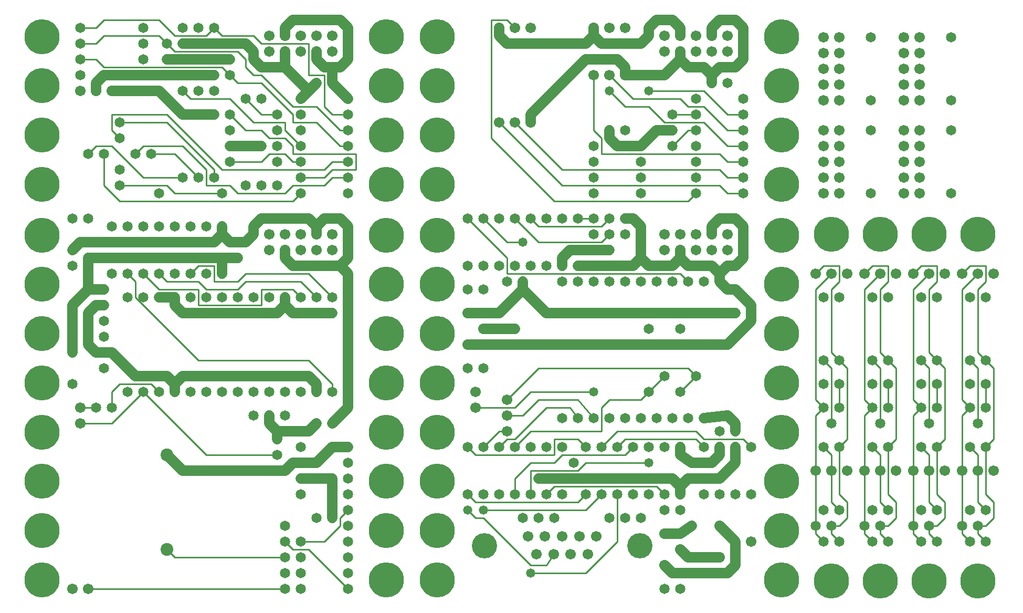
<source format=gtl>
%MOIN*%
%FSLAX25Y25*%
G04 D10 used for Character Trace; *
G04     Circle (OD=.01000) (No hole)*
G04 D11 used for Power Trace; *
G04     Circle (OD=.06500) (No hole)*
G04 D12 used for Signal Trace; *
G04     Circle (OD=.01100) (No hole)*
G04 D13 used for Via; *
G04     Circle (OD=.05800) (Round. Hole ID=.02800)*
G04 D14 used for Component hole; *
G04     Circle (OD=.06500) (Round. Hole ID=.03500)*
G04 D15 used for Component hole; *
G04     Circle (OD=.06700) (Round. Hole ID=.04300)*
G04 D16 used for Component hole; *
G04     Circle (OD=.08100) (Round. Hole ID=.05100)*
G04 D17 used for Component hole; *
G04     Circle (OD=.08900) (Round. Hole ID=.05900)*
G04 D18 used for Component hole; *
G04     Circle (OD=.11300) (Round. Hole ID=.08300)*
G04 D19 used for Component hole; *
G04     Circle (OD=.16000) (Round. Hole ID=.13000)*
G04 D20 used for Component hole; *
G04     Circle (OD=.18300) (Round. Hole ID=.15300)*
G04 D21 used for Component hole; *
G04     Circle (OD=.22291) (Round. Hole ID=.19291)*
%ADD10C,.01000*%
%ADD11C,.06500*%
%ADD12C,.01100*%
%ADD13C,.05800*%
%ADD14C,.06500*%
%ADD15C,.06700*%
%ADD16C,.08100*%
%ADD17C,.08900*%
%ADD18C,.11300*%
%ADD19C,.16000*%
%ADD20C,.18300*%
%ADD21C,.22291*%
%IPPOS*%
%LPD*%
G90*X0Y0D02*D21*X15625Y15625D03*D15*              
X35000Y10000D03*D21*X15625Y46875D03*D15*          
X45000Y10000D03*D12*X170000D01*D14*D03*           
X180000Y20000D03*Y10000D03*X170000Y20000D03*      
X180000Y30000D03*X170000D03*D12*X100000D01*       
X95000Y35000D01*D16*D03*D11*Y95000D02*            
X105000Y85000D01*D16*X95000Y95000D03*D11*         
X105000Y85000D02*X170000D01*X175000Y90000D01*     
X180000D01*D14*D03*D11*X190000D01*                
X200000Y100000D01*X210000D01*D14*D03*Y90000D03*   
X200000Y115000D03*D11*X210000Y125000D01*          
Y210000D01*X205000Y215000D01*X175000D01*          
X170000Y220000D01*Y225000D01*D15*D03*             
X180000Y235000D03*X160000D03*X180000Y225000D03*   
X170000Y235000D03*X160000Y225000D03*D12*          
X145000Y210000D02*X185000D01*X140000Y205000D02*   
X145000Y210000D01*X125000Y205000D02*X140000D01*   
X125000Y215000D02*Y205000D01*X115000Y215000D02*   
X125000D01*X110000Y210000D02*X115000Y215000D01*   
D14*X110000Y210000D03*D12*X95000Y205000D02*       
X115000D01*X90000Y210000D02*X95000Y205000D01*D14* 
X90000Y210000D03*X100000D03*X80000D03*D12*        
X90000Y200000D01*X115000D01*Y190000D01*X155000D01*
Y200000D01*X175000D01*X180000Y195000D01*D14*D03*  
D11*X170000Y190000D02*X175000Y185000D01*          
X165000D02*X170000Y190000D01*X105000Y185000D02*   
X165000D01*X100000Y190000D02*X105000Y185000D01*   
X100000Y195000D02*Y190000D01*D14*Y195000D03*D11*  
X90000D01*D14*D03*X80000D03*D12*X70000Y210000D02* 
X75000Y205000D01*D14*X70000Y210000D03*D12*        
X75000Y205000D02*Y195000D01*X115000Y155000D01*    
X185000D01*X200000Y140000D01*Y135000D01*D14*D03*  
D11*X185000Y145000D02*X190000Y140000D01*          
X105000Y145000D02*X185000D01*X100000Y140000D02*   
X105000Y145000D01*X95000D02*X100000Y140000D01*    
X75000Y145000D02*X95000D01*X60000Y160000D02*      
X75000Y145000D01*X50000Y160000D02*X60000D01*      
X45000Y165000D02*X50000Y160000D01*                
X45000Y185000D02*Y165000D01*Y185000D02*           
X50000Y190000D01*X55000D01*D14*D03*D11*X35000D02* 
X45000Y200000D01*X35000Y190000D02*Y160000D01*D14* 
D03*X55000Y180000D03*D21*X15625Y140625D03*D14*    
X55000Y150000D03*D21*X15625Y171875D03*D14*        
X35000Y140000D03*X55000Y170000D03*D12*            
X60000Y135000D02*Y125000D01*D14*D03*              
X70000Y135000D03*D12*X60000D02*X65000Y140000D01*  
X85000D01*X90000Y135000D01*D14*D03*X100000D03*D11*
Y140000D01*D14*X110000Y135000D03*X120000D03*      
X80000D03*D12*X60000Y115000D01*X40000D01*D15*D03* 
D14*X50000Y125000D03*D12*X40000D01*D15*D03*D21*   
X15625Y109375D03*D12*X80000Y135000D02*            
X120000Y95000D01*X165000D01*D14*D03*Y105000D03*   
D11*Y110000D01*X160000Y115000D01*Y120000D01*D14*  
D03*X170000D03*X150000D03*D11*X165000Y110000D02*  
X185000D01*X190000Y115000D01*D14*D03*             
X180000Y100000D03*X170000Y135000D03*X190000D03*   
D11*Y140000D01*D14*X180000Y135000D03*X160000D03*  
X150000D03*D21*X234375Y109375D03*D13*             
X200000Y185000D03*D11*X175000D01*                 
X170000Y195000D02*Y190000D01*D14*Y195000D03*D12*  
X145000Y205000D02*X180000D01*X140000Y200000D02*   
X145000Y205000D01*X120000Y200000D02*X140000D01*   
X115000Y205000D02*X120000Y200000D01*D14*          
Y210000D03*X110000Y195000D03*X120000D03*D11*      
X45000Y220000D02*X130000D01*D14*X45000D03*D11*    
Y200000D01*X55000D01*D14*D03*X60000Y210000D03*    
X70000Y195000D03*X35000Y215000D03*Y225000D03*D11* 
X40000Y230000D01*X125000D01*X130000Y235000D01*    
Y240000D01*D14*D03*D11*Y235000D02*                
X135000Y230000D01*X140000D01*D14*D03*D11*         
X145000D01*X150000Y235000D01*Y240000D01*          
X155000Y245000D01*X185000D01*X190000Y240000D01*   
Y235000D01*D15*D03*D11*Y240000D02*                
X195000Y245000D01*X205000D01*X210000Y240000D01*   
Y220000D01*X205000Y215000D01*D15*                 
X200000Y225000D03*X190000D03*D14*Y195000D03*D12*  
X180000Y205000D01*X185000Y210000D02*              
X200000Y195000D01*D14*D03*D21*X234375Y171875D03*  
Y203125D03*Y234375D03*D15*X200000Y235000D03*D14*  
X160000Y195000D03*X150000D03*D21*                 
X234375Y140625D03*D14*X140000Y135000D03*          
Y220000D03*D11*X130000D01*Y210000D01*D14*D03*     
Y195000D03*X140000D03*X100000Y240000D03*          
X120000D03*X110000D03*X90000D03*X80000D03*        
X70000D03*X60000D03*X130000Y135000D03*            
X45000Y245000D03*X35000D03*D21*X15625Y234375D03*  
Y203125D03*Y78125D03*D14*X180000Y80000D03*D11*    
X200000D01*D13*D03*D11*Y55000D01*D14*D03*D12*     
X195000Y40000D02*X205000Y50000D01*                
X180000Y40000D02*X195000D01*D14*X180000D03*D12*   
X175000Y35000D02*X185000D01*X170000Y40000D02*     
X175000Y35000D01*D14*X170000Y40000D03*Y50000D03*  
D12*X185000Y35000D02*X210000Y10000D01*D14*D03*    
Y20000D03*Y30000D03*D21*X234375Y15625D03*D14*     
X210000Y40000D03*D21*X234375Y46875D03*D14*        
X210000Y50000D03*D12*X205000Y55000D02*Y50000D01*  
Y55000D02*X210000Y60000D01*D14*D03*Y70000D03*     
Y80000D03*X190000Y55000D03*D21*X234375Y78125D03*  
D14*X180000Y70000D03*G90*X0Y1000D02*D12*          
X65000Y256000D02*X175000D01*X55000Y266000D02*     
X65000Y256000D01*X55000Y286000D02*Y266000D01*D14* 
Y286000D03*D12*X50000Y291000D02*X60000D01*        
X45000Y286000D02*X50000Y291000D01*D14*            
X45000Y286000D03*D12*X60000Y311000D02*Y301000D01* 
Y311000D02*X95000D01*X130000Y276000D01*X195000D01*
X200000Y281000D01*X210000D01*D14*D03*D12*         
X200000Y276000D02*X215000D01*X195000Y271000D02*   
X200000Y276000D01*X180000Y271000D02*X195000D01*   
D14*X180000D03*D12*X170000Y261000D02*             
X175000Y266000D01*X140000Y261000D02*X170000D01*   
X135000Y266000D02*X140000Y261000D01*              
X120000Y266000D02*X135000D01*X120000Y276000D02*   
Y266000D01*X105000Y291000D02*X120000Y276000D01*   
X80000Y291000D02*X105000D01*X75000Y286000D02*     
X80000Y291000D01*D14*X75000Y286000D03*            
X65000Y296000D03*D12*X60000Y301000D01*D14*        
X65000Y306000D03*D12*X95000D01*X125000Y276000D01* 
Y271000D01*D14*D03*X135000Y281000D03*D12*         
X155000D01*X160000Y286000D01*X170000D01*          
X175000Y281000D01*X180000D01*D14*D03*D12*         
X175000Y291000D02*Y286000D01*X170000Y296000D02*   
X175000Y291000D01*X160000Y296000D02*X170000D01*   
X155000Y301000D02*X160000Y296000D01*              
X145000Y301000D02*X155000D01*X135000Y311000D02*   
X145000Y301000D01*D14*X135000Y311000D03*          
X145000Y321000D03*D12*X155000Y311000D01*          
X165000D01*D14*D03*D12*X150000Y306000D02*         
X170000D01*X135000Y321000D02*X150000Y306000D01*   
X110000Y321000D02*X135000D01*X105000Y326000D02*   
X110000Y321000D01*D14*X105000Y326000D03*          
X95000Y336000D03*D11*X80000D01*D14*D03*D11*       
X55000D01*X50000Y331000D01*Y326000D01*D15*D03*D14*
X40000Y336000D03*D15*X60000Y326000D03*D11*        
X90000D01*X105000Y311000D01*D14*D03*D11*          
X115000D01*D14*D03*D11*X125000D01*D14*D03*        
X135000Y301000D03*X125000Y326000D03*X115000D03*   
D12*X135000Y336000D02*X140000Y331000D01*D14*      
X135000Y336000D03*D12*X130000Y341000D01*X55000D01*
X50000Y346000D01*X40000D01*D14*D03*D12*Y356000D02*
X50000D01*D14*X40000D03*D12*Y366000D02*X50000D01* 
D14*X40000D03*D12*X50000Y356000D02*               
X55000Y361000D01*X90000D01*X95000Y356000D01*D14*  
D03*D12*X100000Y351000D01*X140000D01*             
X145000Y346000D01*Y341000D01*X150000Y336000D01*   
X155000D01*X175000Y316000D01*X190000D01*          
X205000Y301000D01*X210000D01*D14*D03*D12*         
X195000Y316000D02*X200000Y311000D01*              
X195000Y336000D02*Y316000D01*X185000Y336000D02*   
X195000D01*X185000Y356000D02*Y336000D01*          
X155000Y356000D02*X185000D01*X150000Y361000D02*   
X155000Y356000D01*X130000Y361000D02*X150000D01*   
X125000Y366000D02*X130000Y361000D01*D14*          
X125000Y366000D03*D12*X120000Y361000D01*          
X100000D01*X90000Y371000D01*X55000D01*            
X50000Y366000D01*D14*X80000Y346000D03*Y356000D03* 
Y366000D03*D21*X15625Y329125D03*Y360375D03*D15*   
X40000Y326000D03*D11*X95000Y336000D02*X105000D01* 
D13*D03*D11*X125000D01*D13*D03*D14*               
X135000Y346000D03*D11*X115000D01*D13*D03*D11*     
X95000D01*D14*D03*D13*X105000Y356000D03*D11*      
X125000D01*D13*D03*D11*X135000D01*D14*D03*D11*    
X145000D01*X150000Y351000D01*Y346000D01*          
X155000Y341000D01*X170000D01*Y351000D01*D15*D03*  
X180000Y361000D03*X160000D03*X180000Y351000D03*   
X170000Y361000D03*D11*Y366000D01*                 
X175000Y371000D01*X205000D01*X210000Y366000D01*   
Y346000D01*X205000Y341000D01*X200000D01*          
X195000D01*X190000Y346000D01*Y351000D01*D15*D03*  
D11*X200000Y341000D02*Y331000D01*D14*D03*D11*     
X210000Y321000D01*D14*D03*D12*X200000Y311000D02*  
X210000D01*D14*D03*X190000Y331000D03*D11*         
X185000Y326000D01*X170000Y341000D01*D15*          
X160000Y351000D03*D11*X180000Y321000D02*          
X185000Y326000D01*D14*X180000Y321000D03*D12*      
X155000Y331000D02*X175000Y311000D01*              
X140000Y331000D02*X155000D01*D14*Y321000D03*D12*  
X170000Y306000D02*Y301000D01*X175000Y311000D02*   
Y306000D01*X190000D01*X205000Y291000D01*          
X210000D01*D14*D03*D12*X175000Y286000D02*         
X215000D01*D14*X180000Y291000D03*D12*             
X170000Y301000D01*D14*X165000D03*                 
X180000Y311000D03*X165000Y291000D03*              
X180000Y301000D03*D13*X155000Y291000D03*D11*      
X135000D01*D14*D03*X115000Y271000D03*D12*         
X100000Y286000D01*X85000D01*D14*D03*D12*          
X60000Y291000D02*X80000Y271000D01*D14*            
X65000Y276000D03*D12*X80000Y271000D02*X105000D01* 
D14*D03*D12*X95000Y266000D02*X100000Y261000D01*   
X65000Y266000D02*X95000D01*D14*X65000D03*         
X90000Y261000D03*D12*X100000D02*X130000D01*D14*   
D03*X145000Y266000D03*X155000D03*X165000D03*      
Y281000D03*D12*X175000Y256000D02*                 
X180000Y261000D01*D14*D03*D12*X175000Y266000D02*  
X195000D01*X200000Y271000D01*X210000D01*D14*D03*  
D12*X215000Y286000D02*Y276000D01*D21*             
X234375Y266625D03*Y297875D03*D14*                 
X210000Y261000D03*D21*X234375Y329125D03*D15*      
X200000Y351000D03*D21*X234375Y360375D03*D15*      
X200000Y361000D03*X190000D03*D14*                 
X115000Y366000D03*X105000D03*D21*X15625Y297875D03*
Y266625D03*G90*X1000Y0D02*X266625Y15625D03*       
Y46875D03*Y78125D03*Y109375D03*Y140625D03*        
Y171875D03*Y203125D03*Y234375D03*D13*             
X286000Y60000D03*D12*X291000Y55000D01*X296000D01* 
X326000Y25000D01*X336000D01*X340600Y31800D01*D15* 
D03*X351400D03*X329700D03*X356900Y43100D03*       
X324200D03*X346000D03*X335100D03*D13*             
X326000Y20000D03*D12*X361000D01*X381000Y40000D01* 
Y70000D01*D14*D03*D13*X386000Y80000D03*D11*       
X353500D01*D14*D03*D11*X331000D01*D13*D03*D12*    
X326000Y85000D02*Y70000D01*D14*D03*D12*           
X316000Y80000D02*Y70000D01*D14*D03*D12*Y80000D02* 
X326000Y90000D01*X341000D01*X346000Y95000D01*     
X386000D01*X391000Y100000D01*D14*D03*D12*         
X381000D02*X386000Y105000D01*D14*                 
X381000Y100000D03*D12*X386000Y105000D02*          
X431000D01*X436000Y100000D01*D14*D03*D12*         
X431000Y110000D02*X436000Y105000D01*              
X381000Y110000D02*X431000D01*X371000Y100000D02*   
X381000Y110000D01*D14*X371000Y100000D03*D12*      
X356000Y85000D02*X361000Y90000D01*                
X326000Y85000D02*X356000D01*X336000Y70000D02*     
X341000Y75000D01*D14*X336000Y70000D03*D12*        
X341000Y75000D02*X406000D01*X411000Y70000D01*D14* 
D03*X421000Y60000D03*D11*X386000Y80000D02*        
X416000D01*D14*X391000Y70000D03*X401000D03*D13*   
Y90000D03*D12*X361000D01*D14*Y100000D03*D12*      
X356000Y105000D01*X341000D01*Y95000D01*X291000D01*
X286000Y100000D01*D14*D03*X296000D03*D12*         
X306000Y110000D01*X311000D01*D15*D03*D12*         
Y105000D02*X316000D01*X306000Y100000D02*          
X311000Y105000D01*D14*X306000Y100000D03*          
X316000D03*D12*X326000Y110000D01*X371000D01*      
Y125000D01*X376000Y130000D01*X396000D01*          
X401000Y135000D01*D14*D03*D12*X411000Y145000D01*  
D14*D03*X421000Y135000D03*D12*X431000Y145000D01*  
D14*D03*D12*X426000Y150000D01*X331000D01*         
X311000Y130000D01*D15*D03*D12*X291000Y125000D02*  
X316000D01*D15*X291000D03*Y135000D03*             
X311000Y120000D03*D12*X321000D01*                 
X331000Y130000D01*X356000D01*X366000Y118400D01*   
D14*D03*X376000D03*X356000D03*D12*                
X351000Y125000D01*X336000D01*X316000Y105000D01*   
D14*X326000Y100000D03*X336000D03*D12*             
X316000Y125000D02*X326000Y135000D01*X366000D01*   
D13*D03*D14*X386000Y118400D03*X346000D03*         
X396000D03*X401000Y100000D03*X346000D03*          
X401000Y175000D03*X406000Y118400D03*              
X411000Y100000D03*X353500Y90000D03*               
X411000Y185000D03*D11*X336000D01*                 
X321000Y200000D01*X306000Y185000D01*D13*D03*D11*  
X286000D01*D15*D03*X296000Y175000D03*D11*         
X316000D01*D13*D03*D14*X296000Y150000D03*D11*     
X321000Y205000D02*Y200000D01*D14*Y205000D03*      
X326000Y215000D03*D12*X311000Y220000D02*          
Y210000D01*X286000Y245000D02*X311000Y220000D01*   
D14*X286000Y245000D03*X296000D03*D12*             
X311000Y230000D01*X321000D01*D13*D03*D12*         
X326000Y245000D02*X331000Y240000D01*D14*          
X326000Y245000D03*D12*X331000Y240000D02*          
X371000D01*X376000Y245000D01*D14*D03*             
X386000Y235000D03*X366000D03*X386000Y245000D03*   
D11*X391000D01*X396000Y240000D01*Y220000D01*      
X391000Y215000D01*X376000D01*D14*D03*D11*         
X356000D01*D14*D03*X366000Y205000D03*X346000D03*  
D11*Y220000D02*Y215000D01*D14*D03*D11*Y220000D02* 
X351000Y225000D01*X376000D01*D14*D03*D12*         
X331000Y230000D02*X371000D01*X316000Y245000D02*   
X331000Y230000D01*D14*X316000Y245000D03*          
X306000D03*X336000D03*X286000Y215000D03*          
X296000D03*X306000D03*X346000Y245000D03*          
X316000Y215000D03*X336000D03*D12*                 
X311000Y210000D02*X421000D01*X426000Y205000D01*   
D14*D03*D11*X401000Y215000D02*X416000D01*         
X396000Y220000D02*X401000Y215000D01*D15*          
X411000Y235000D03*D14*X386000Y205000D03*          
X396000D03*D15*X411000Y225000D03*D14*             
X406000Y205000D03*X416000D03*X376000Y235000D03*   
D12*X371000Y230000D01*D14*X356000Y245000D03*D12*  
X366000D01*D14*D03*X356000Y205000D03*X376000D03*  
D11*X416000Y215000D02*X421000Y220000D01*          
Y225000D01*D15*D03*D11*Y220000D02*                
X426000Y215000D01*X441000D01*X446000Y210000D01*   
Y205000D01*D13*D03*D11*X451000Y200000D01*         
X456000D01*X466000Y190000D01*Y180000D01*          
X451000Y165000D01*X286000D01*D15*D03*D14*         
Y150000D03*X296000Y200000D03*X286000D03*          
X311000Y205000D03*X286000Y70000D03*D12*           
X291000Y65000D01*X356000D01*X361000Y70000D01*D14* 
D03*X371000D03*D12*X361000Y60000D01*X296000D01*   
D13*D03*D14*X306000Y70000D03*X296000D03*          
X321000Y55000D03*D19*X296800Y37400D03*D14*        
X331000Y55000D03*X341000D03*X346000Y70000D03*D15* 
X362300Y31800D03*X367800Y43100D03*D14*            
X376000Y55000D03*X386000D03*D19*X395200Y37400D03* 
D14*X396000Y55000D03*X411000Y10000D03*D15*        
Y25000D03*D11*X416000Y20000D01*X451000D01*        
X456000Y25000D01*Y40000D01*X446000Y50000D01*D15*  
D03*D14*X466000Y70000D03*D11*X421000Y35000D02*    
X426000Y30000D01*D15*X421000Y35000D03*D11*        
X426000Y30000D02*X446000D01*D15*D03*D13*          
X428500Y50000D03*D11*X421000Y45000D01*X411000D01* 
D15*D03*D14*Y60000D03*X436000Y70000D03*X421000D03*
D11*Y75000D01*X416000Y80000D01*X421000Y75000D02*  
X426000Y80000D01*X431000D01*D12*X426000D01*D11*   
X431000D02*X446000D01*X456000Y90000D01*Y100000D01*
D14*D03*D12*X436000Y105000D02*X461000D01*D11*     
X441000Y90000D02*X446000Y95000D01*                
X428500Y90000D02*X441000D01*X421000Y95000D02*     
X428500Y90000D01*X421000Y100000D02*Y95000D01*D14* 
Y100000D03*X436000Y118400D03*D11*                 
X451000Y120000D01*X456000Y115000D01*Y110000D01*   
D14*D03*D12*X461000Y105000D02*X466000Y100000D01*  
D14*D03*D21*X485375Y78125D03*D14*                 
X446000Y110000D03*Y100000D03*D11*Y95000D01*D14*   
Y70000D03*X456000D03*X426000Y118400D03*X416000D03*
D21*X485375Y109375D03*Y140625D03*Y46875D03*D15*   
X466000Y40000D03*D21*X485375Y171875D03*D14*       
X421000Y175000D03*D21*X485375Y15625D03*D14*       
X421000Y10000D03*D13*X456000Y185000D03*D11*       
X431000D01*D14*D03*D11*X411000D01*D14*            
X436000Y205000D03*D11*X446000Y210000D02*          
X451000Y215000D01*X456000D01*X461000Y220000D01*   
Y240000D01*X456000Y245000D01*X446000D01*          
X441000Y240000D01*Y235000D01*D15*D03*             
X451000Y225000D03*X431000D03*X451000Y235000D03*   
X431000D03*X441000Y225000D03*X421000Y235000D03*   
D21*X485375Y203125D03*Y234375D03*G90*             
X1000Y1000D02*X266625Y266625D03*Y297875D03*D12*   
X301000Y371000D02*Y296000D01*Y371000D02*          
X311000D01*X316000Y366000D01*D15*D03*D11*         
X306000Y361000D02*X311000Y356000D01*              
X306000Y366000D02*Y361000D01*D15*Y366000D03*D11*  
X311000Y356000D02*X361000D01*X366000Y361000D01*   
Y366000D01*D15*D03*D11*Y361000D02*                
X371000Y356000D01*X396000D01*X401000Y361000D01*   
Y366000D01*X406000Y371000D01*X416000D01*          
X421000Y366000D01*Y361000D01*D15*D03*             
X431000Y351000D03*X411000D03*X431000Y361000D03*   
X411000D03*X421000Y351000D03*D11*Y346000D01*      
X411000Y336000D01*X386000D01*D15*D03*D11*         
Y341000D01*X381000Y346000D01*X361000D01*          
X326000Y311000D01*Y306000D01*D15*D03*X316000D03*  
D12*X346000Y276000D01*X446000D01*                 
X451000Y271000D01*X461000D01*D14*D03*D12*         
X446000Y286000D02*X451000Y281000D01*              
X371000Y286000D02*X446000D01*X371000Y296000D02*   
Y286000D01*X366000Y301000D02*X371000Y296000D01*   
X366000Y336000D02*Y301000D01*D15*Y336000D03*D13*  
X376000Y326000D03*D12*X386000Y316000D01*          
X401000D01*X411000Y306000D01*X436000D01*          
X451000Y291000D01*X461000D01*D14*D03*D12*         
X436000Y316000D02*X451000Y301000D01*              
X426000Y316000D02*X436000D01*X421000Y321000D02*   
X426000Y316000D01*X391000Y321000D02*X421000D01*   
X376000Y336000D02*X391000Y321000D01*D15*          
X376000Y336000D03*D13*X401000Y326000D03*D12*      
X436000D01*X451000Y311000D01*X461000D01*D14*D03*  
D12*X451000Y301000D02*X461000D01*D14*D03*D12*     
X451000Y281000D02*X461000D01*D14*D03*D12*         
X346000Y266000D02*X446000D01*X306000Y306000D02*   
X346000Y266000D01*D15*X306000Y306000D03*D12*      
X301000Y296000D02*X341000Y256000D01*X426000D01*   
X431000Y261000D01*D14*D03*Y271000D03*D12*         
X446000Y266000D02*X451000Y261000D01*X461000D01*   
D14*D03*D21*X485375Y266625D03*D14*                
X431000Y291000D03*Y281000D03*D21*                 
X485375Y297875D03*D14*X431000Y301000D03*D12*      
X426000D01*X416000Y291000D01*D14*D03*D11*         
X396000D02*X406000Y301000D01*D14*                 
X396000Y291000D03*D11*X381000D01*                 
X376000Y296000D01*Y301000D01*D14*D03*             
X366000Y291000D03*X386000Y301000D03*              
X396000Y281000D03*X366000D03*Y271000D03*D11*      
X406000Y301000D02*X416000D01*D14*D03*Y311000D03*  
D12*X431000D01*D14*D03*Y321000D03*                
X451000Y331000D03*X441000D03*D11*Y336000D01*      
X436000Y341000D01*X426000D01*X421000Y346000D01*   
X441000Y366000D02*Y361000D01*D15*D03*D11*         
Y366000D02*X446000Y371000D01*X456000D01*          
X461000Y366000D01*Y346000D01*X456000Y341000D01*   
X446000D01*X441000Y336000D01*D15*                 
X451000Y351000D03*X441000D03*D14*                 
X461000Y321000D03*D15*X451000Y361000D03*D21*      
X485375Y329125D03*Y360375D03*D15*                 
X386000Y366000D03*D14*X396000Y271000D03*D15*      
X376000Y366000D03*D14*X366000Y261000D03*          
X396000D03*D15*X326000Y366000D03*D21*             
X266625Y360375D03*Y329125D03*G90*X2000Y0D02*D12*  
X512000Y40000D02*X507000Y45000D01*D14*            
X512000Y40000D03*D12*X522000D02*X517000Y45000D01* 
D14*X522000Y40000D03*D12*X517000Y45000D02*        
Y50000D01*D14*D03*D12*X522000D01*X527000Y55000D01*
Y65000D01*X522000Y70000D01*Y100000D01*D14*D03*D12*
X527000Y105000D01*Y150000D01*X522000Y155000D01*   
D14*D03*D12*X517000Y160000D01*Y200000D01*         
X522000Y205000D01*Y215000D01*X512000D01*          
X507000Y210000D01*D15*D03*X517000D03*D12*         
X507000Y200000D01*Y130000D01*X512000Y125000D01*   
D14*D03*D12*X507000Y120000D01*Y85000D01*D15*D03*  
D12*Y50000D01*D14*D03*D12*Y45000D01*D14*          
X522000Y60000D03*D12*X517000Y65000D01*Y85000D01*  
D15*D03*D12*Y95000D01*X512000Y100000D01*D14*D03*  
D15*X527000Y85000D03*D14*X517000Y115000D03*D12*   
Y150000D01*X512000Y155000D01*D14*D03*Y140000D03*  
X522000D03*D12*Y125000D01*D14*D03*                
X512000Y60000D03*X522000Y195000D03*X512000D03*D15*
X527000Y210000D03*D21*X517000Y15000D03*Y235000D03*
G90*X2000Y1000D02*D15*X512000Y261000D03*          
Y271000D03*Y281000D03*Y291000D03*Y301000D03*      
X522000Y261000D03*Y271000D03*Y281000D03*          
Y291000D03*Y301000D03*D14*X542000Y261000D03*      
Y301000D03*G90*X2000Y0D02*D15*X512000Y320000D03*  
Y330000D03*Y340000D03*Y350000D03*Y360000D03*      
X522000Y320000D03*Y330000D03*Y340000D03*          
Y350000D03*Y360000D03*D14*X542000Y320000D03*      
Y360000D03*G90*X3000Y1000D02*D15*                 
X563000Y261000D03*Y271000D03*Y281000D03*          
Y291000D03*Y301000D03*X573000Y261000D03*          
Y271000D03*Y281000D03*Y291000D03*Y301000D03*D14*  
X593000Y261000D03*Y301000D03*G90*X3000Y0D02*D15*  
X563000Y320000D03*Y330000D03*Y340000D03*          
Y350000D03*Y360000D03*X573000Y320000D03*          
Y330000D03*Y340000D03*Y350000D03*Y360000D03*D14*  
X593000Y320000D03*Y360000D03*G90*X3000Y0D02*D12*  
X543000Y40000D02*X538000Y45000D01*D14*            
X543000Y40000D03*D12*X553000D02*X548000Y45000D01* 
D14*X553000Y40000D03*D12*X548000Y45000D02*        
Y50000D01*D14*D03*D12*X553000D01*X558000Y55000D01*
Y65000D01*X553000Y70000D01*Y100000D01*D14*D03*D12*
X558000Y105000D01*Y150000D01*X553000Y155000D01*   
D14*D03*D12*X548000Y160000D01*Y200000D01*         
X553000Y205000D01*Y215000D01*X543000D01*          
X538000Y210000D01*D15*D03*X548000D03*D12*         
X538000Y200000D01*Y130000D01*X543000Y125000D01*   
D14*D03*D12*X538000Y120000D01*Y85000D01*D15*D03*  
D12*Y50000D01*D14*D03*D12*Y45000D01*D14*          
X553000Y60000D03*D12*X548000Y65000D01*Y85000D01*  
D15*D03*D12*Y95000D01*X543000Y100000D01*D14*D03*  
D15*X558000Y85000D03*D14*X548000Y115000D03*D12*   
Y150000D01*X543000Y155000D01*D14*D03*Y140000D03*  
X553000D03*D12*Y125000D01*D14*D03*                
X543000Y60000D03*X553000Y195000D03*X543000D03*D15*
X558000Y210000D03*D21*X548000Y15000D03*Y235000D03*
G90*X4000Y0D02*D12*X574000Y40000D02*              
X569000Y45000D01*D14*X574000Y40000D03*D12*        
X584000D02*X579000Y45000D01*D14*X584000Y40000D03* 
D12*X579000Y45000D02*Y50000D01*D14*D03*D12*       
X584000D01*X589000Y55000D01*Y65000D01*            
X584000Y70000D01*Y100000D01*D14*D03*D12*          
X589000Y105000D01*Y150000D01*X584000Y155000D01*   
D14*D03*D12*X579000Y160000D01*Y200000D01*         
X584000Y205000D01*Y215000D01*X574000D01*          
X569000Y210000D01*D15*D03*X579000D03*D12*         
X569000Y200000D01*Y130000D01*X574000Y125000D01*   
D14*D03*D12*X569000Y120000D01*Y85000D01*D15*D03*  
D12*Y50000D01*D14*D03*D12*Y45000D01*D14*          
X584000Y60000D03*D12*X579000Y65000D01*Y85000D01*  
D15*D03*D12*Y95000D01*X574000Y100000D01*D14*D03*  
D15*X589000Y85000D03*D14*X579000Y115000D03*D12*   
Y150000D01*X574000Y155000D01*D14*D03*Y140000D03*  
X584000D03*D12*Y125000D01*D14*D03*                
X574000Y60000D03*X584000Y195000D03*X574000D03*D15*
X589000Y210000D03*D21*X579000Y15000D03*Y235000D03*
G90*X0Y0D02*D12*X605000Y40000D02*X600000Y45000D01*
D14*X605000Y40000D03*D12*X615000D02*              
X610000Y45000D01*D14*X615000Y40000D03*D12*        
X610000Y45000D02*Y50000D01*D14*D03*D12*X615000D01*
X620000Y55000D01*Y65000D01*X615000Y70000D01*      
Y100000D01*D14*D03*D12*X620000Y105000D01*         
Y150000D01*X615000Y155000D01*D14*D03*D12*         
X610000Y160000D01*Y200000D01*X615000Y205000D01*   
Y215000D01*X605000D01*X600000Y210000D01*D15*D03*  
X610000D03*D12*X600000Y200000D01*Y130000D01*      
X605000Y125000D01*D14*D03*D12*X600000Y120000D01*  
Y85000D01*D15*D03*D12*Y50000D01*D14*D03*D12*      
Y45000D01*D14*X615000Y60000D03*D12*               
X610000Y65000D01*Y85000D01*D15*D03*D12*Y95000D01* 
X605000Y100000D01*D14*D03*D15*X620000Y85000D03*   
D14*X610000Y115000D03*D12*Y150000D01*             
X605000Y155000D01*D14*D03*Y140000D03*X615000D03*  
D12*Y125000D01*D14*D03*X605000Y60000D03*          
X615000Y195000D03*X605000D03*D15*                 
X620000Y210000D03*D21*X610000Y15000D03*Y235000D03*
M02*                                              

</source>
